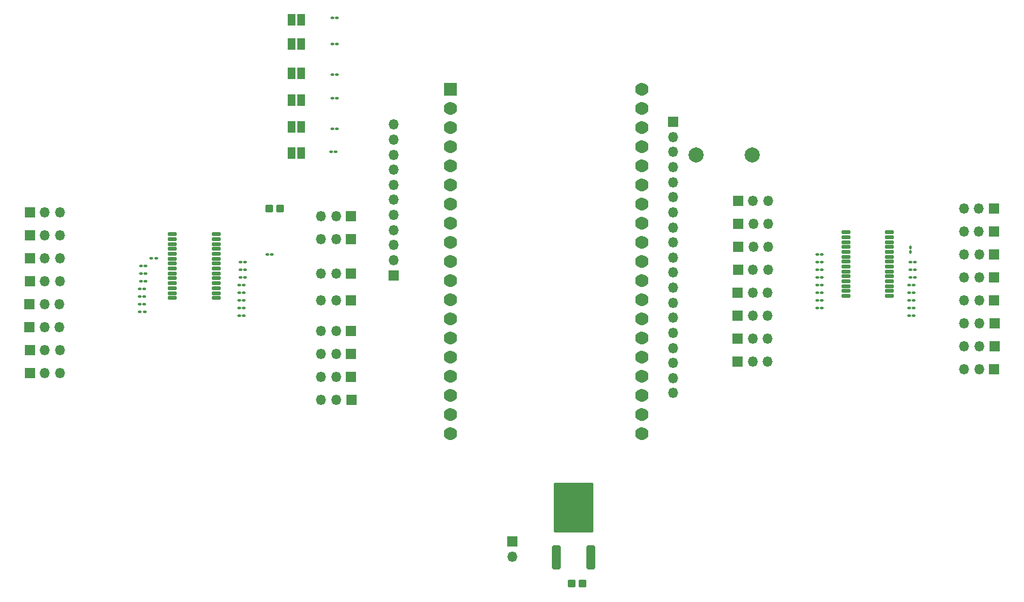
<source format=gbr>
%TF.GenerationSoftware,KiCad,Pcbnew,8.0.5*%
%TF.CreationDate,2024-12-05T19:43:49+01:00*%
%TF.ProjectId,navrh03,6e617672-6830-4332-9e6b-696361645f70,rev?*%
%TF.SameCoordinates,Original*%
%TF.FileFunction,Soldermask,Top*%
%TF.FilePolarity,Negative*%
%FSLAX46Y46*%
G04 Gerber Fmt 4.6, Leading zero omitted, Abs format (unit mm)*
G04 Created by KiCad (PCBNEW 8.0.5) date 2024-12-05 19:43:49*
%MOMM*%
%LPD*%
G01*
G04 APERTURE LIST*
G04 Aperture macros list*
%AMRoundRect*
0 Rectangle with rounded corners*
0 $1 Rounding radius*
0 $2 $3 $4 $5 $6 $7 $8 $9 X,Y pos of 4 corners*
0 Add a 4 corners polygon primitive as box body*
4,1,4,$2,$3,$4,$5,$6,$7,$8,$9,$2,$3,0*
0 Add four circle primitives for the rounded corners*
1,1,$1+$1,$2,$3*
1,1,$1+$1,$4,$5*
1,1,$1+$1,$6,$7*
1,1,$1+$1,$8,$9*
0 Add four rect primitives between the rounded corners*
20,1,$1+$1,$2,$3,$4,$5,0*
20,1,$1+$1,$4,$5,$6,$7,0*
20,1,$1+$1,$6,$7,$8,$9,0*
20,1,$1+$1,$8,$9,$2,$3,0*%
G04 Aperture macros list end*
%ADD10R,1.000000X1.500000*%
%ADD11R,1.350000X1.350000*%
%ADD12O,1.350000X1.350000*%
%ADD13RoundRect,0.250000X-0.287500X-0.275000X0.287500X-0.275000X0.287500X0.275000X-0.287500X0.275000X0*%
%ADD14RoundRect,0.100000X0.130000X0.100000X-0.130000X0.100000X-0.130000X-0.100000X0.130000X-0.100000X0*%
%ADD15RoundRect,0.100000X-0.130000X-0.100000X0.130000X-0.100000X0.130000X0.100000X-0.130000X0.100000X0*%
%ADD16RoundRect,0.100000X-0.100000X0.130000X-0.100000X-0.130000X0.100000X-0.130000X0.100000X0.130000X0*%
%ADD17RoundRect,0.101600X-0.495300X0.152400X-0.495300X-0.152400X0.495300X-0.152400X0.495300X0.152400X0*%
%ADD18RoundRect,0.250000X0.287500X0.275000X-0.287500X0.275000X-0.287500X-0.275000X0.287500X-0.275000X0*%
%ADD19C,2.000000*%
%ADD20RoundRect,0.101600X-2.545000X-3.160000X2.545000X-3.160000X2.545000X3.160000X-2.545000X3.160000X0*%
%ADD21RoundRect,0.293300X-0.293300X-1.318300X0.293300X-1.318300X0.293300X1.318300X-0.293300X1.318300X0*%
%ADD22RoundRect,0.101600X-0.780000X-0.780000X0.780000X-0.780000X0.780000X0.780000X-0.780000X0.780000X0*%
%ADD23C,1.763200*%
G04 APERTURE END LIST*
D10*
%TO.C,JP3*%
X117022000Y-55149000D03*
X118322000Y-55149000D03*
%TD*%
D11*
%TO.C,J2*%
X146304000Y-117364000D03*
D12*
X146304000Y-119364000D03*
%TD*%
D11*
%TO.C,J13R1*%
X176276000Y-81280000D03*
D12*
X178276000Y-81280000D03*
X180276000Y-81280000D03*
%TD*%
D13*
%TO.C,C2*%
X114095500Y-73152000D03*
X115520500Y-73152000D03*
%TD*%
D14*
%TO.C,R34*%
X97668000Y-80772000D03*
X97028000Y-80772000D03*
%TD*%
D15*
%TO.C,R30*%
X110261000Y-82296000D03*
X110901000Y-82296000D03*
%TD*%
%TO.C,R2*%
X113792000Y-79248000D03*
X114432000Y-79248000D03*
%TD*%
D11*
%TO.C,J24*%
X82264000Y-85852000D03*
D12*
X84264000Y-85852000D03*
X86264000Y-85852000D03*
%TD*%
D15*
%TO.C,R25*%
X110079000Y-87376000D03*
X110719000Y-87376000D03*
%TD*%
%TO.C,R6*%
X122453000Y-55308000D03*
X123093000Y-55308000D03*
%TD*%
D11*
%TO.C,J15R1*%
X176244000Y-87376000D03*
D12*
X178244000Y-87376000D03*
X180244000Y-87376000D03*
%TD*%
D15*
%TO.C,R15*%
X199161000Y-81280000D03*
X199801000Y-81280000D03*
%TD*%
%TO.C,R3*%
X122290000Y-65560000D03*
X122930000Y-65560000D03*
%TD*%
D14*
%TO.C,R22*%
X187427000Y-84328000D03*
X186787000Y-84328000D03*
%TD*%
D15*
%TO.C,R7*%
X122453000Y-51308000D03*
X123093000Y-51308000D03*
%TD*%
D14*
%TO.C,R23*%
X187427000Y-85344000D03*
X186787000Y-85344000D03*
%TD*%
D11*
%TO.C,J19*%
X124936000Y-74168000D03*
D12*
X122936000Y-74168000D03*
X120936000Y-74168000D03*
%TD*%
D15*
%TO.C,R4*%
X122453000Y-62512000D03*
X123093000Y-62512000D03*
%TD*%
D10*
%TO.C,JP6*%
X117022000Y-65799000D03*
X118322000Y-65799000D03*
%TD*%
D14*
%TO.C,R17*%
X187427000Y-79248000D03*
X186787000Y-79248000D03*
%TD*%
D11*
%TO.C,J14R1*%
X176244000Y-84328000D03*
D12*
X178244000Y-84328000D03*
X180244000Y-84328000D03*
%TD*%
D11*
%TO.C,J25*%
X82264000Y-88900000D03*
D12*
X84264000Y-88900000D03*
X86264000Y-88900000D03*
%TD*%
D10*
%TO.C,JP5*%
X117022000Y-62249000D03*
X118322000Y-62249000D03*
%TD*%
D15*
%TO.C,R8J1*%
X122453000Y-47808000D03*
X123093000Y-47808000D03*
%TD*%
D11*
%TO.C,J18*%
X124936000Y-77216000D03*
D12*
X122936000Y-77216000D03*
X120936000Y-77216000D03*
%TD*%
D11*
%TO.C,J12*%
X124968000Y-98552000D03*
D12*
X122968000Y-98552000D03*
X120968000Y-98552000D03*
%TD*%
D15*
%TO.C,R26*%
X110079000Y-86360000D03*
X110719000Y-86360000D03*
%TD*%
%TO.C,R32*%
X110261000Y-80264000D03*
X110901000Y-80264000D03*
%TD*%
%TO.C,R5*%
X122453000Y-58448000D03*
X123093000Y-58448000D03*
%TD*%
%TO.C,R31*%
X110261000Y-81280000D03*
X110901000Y-81280000D03*
%TD*%
D14*
%TO.C,R19*%
X187427000Y-81280000D03*
X186787000Y-81280000D03*
%TD*%
D11*
%TO.C,J22*%
X82296000Y-79756000D03*
D12*
X84296000Y-79756000D03*
X86296000Y-79756000D03*
%TD*%
D14*
%TO.C,R40*%
X97536000Y-86868000D03*
X96896000Y-86868000D03*
%TD*%
D11*
%TO.C,J3*%
X167640000Y-61628000D03*
D12*
X167640000Y-63628000D03*
X167640000Y-65628000D03*
X167640000Y-67628000D03*
X167640000Y-69628000D03*
X167640000Y-71628000D03*
X167640000Y-73628000D03*
X167640000Y-75628000D03*
X167640000Y-77628000D03*
X167640000Y-79628000D03*
X167640000Y-81628000D03*
X167640000Y-83628000D03*
X167640000Y-85628000D03*
X167640000Y-87628000D03*
X167640000Y-89628000D03*
X167640000Y-91628000D03*
X167640000Y-93628000D03*
X167640000Y-95628000D03*
X167640000Y-97628000D03*
%TD*%
D11*
%TO.C,J20*%
X82296000Y-73660000D03*
D12*
X84296000Y-73660000D03*
X86296000Y-73660000D03*
%TD*%
D11*
%TO.C,J4*%
X210280000Y-94488000D03*
D12*
X208280000Y-94488000D03*
X206280000Y-94488000D03*
%TD*%
D11*
%TO.C,J23*%
X82296000Y-82804000D03*
D12*
X84296000Y-82804000D03*
X86296000Y-82804000D03*
%TD*%
D15*
%TO.C,R28*%
X110079000Y-84328000D03*
X110719000Y-84328000D03*
%TD*%
D11*
%TO.C,J7*%
X210280000Y-85344000D03*
D12*
X208280000Y-85344000D03*
X206280000Y-85344000D03*
%TD*%
D10*
%TO.C,JP1*%
X117022000Y-48049000D03*
X118322000Y-48049000D03*
%TD*%
D14*
%TO.C,R37*%
X97511000Y-83820000D03*
X96871000Y-83820000D03*
%TD*%
D16*
%TO.C,R1*%
X199136000Y-78257000D03*
X199136000Y-78897000D03*
%TD*%
D11*
%TO.C,J10*%
X210248000Y-76200000D03*
D12*
X208248000Y-76200000D03*
X206248000Y-76200000D03*
%TD*%
D11*
%TO.C,J13*%
X124936000Y-95504000D03*
D12*
X122936000Y-95504000D03*
X120936000Y-95504000D03*
%TD*%
D11*
%TO.C,J10R1*%
X176276000Y-72136000D03*
D12*
X178276000Y-72136000D03*
X180276000Y-72136000D03*
%TD*%
D11*
%TO.C,J26*%
X82296000Y-91948000D03*
D12*
X84296000Y-91948000D03*
X86296000Y-91948000D03*
%TD*%
D11*
%TO.C,J16R1*%
X176244000Y-90424000D03*
D12*
X178244000Y-90424000D03*
X180244000Y-90424000D03*
%TD*%
D15*
%TO.C,R8*%
X198979000Y-87376000D03*
X199619000Y-87376000D03*
%TD*%
D14*
%TO.C,R21*%
X187427000Y-83312000D03*
X186787000Y-83312000D03*
%TD*%
D15*
%TO.C,R13*%
X198979000Y-83312000D03*
X199619000Y-83312000D03*
%TD*%
D14*
%TO.C,R39*%
X97511000Y-85852000D03*
X96871000Y-85852000D03*
%TD*%
D11*
%TO.C,J14*%
X124936000Y-92456000D03*
D12*
X122936000Y-92456000D03*
X120936000Y-92456000D03*
%TD*%
D11*
%TO.C,J12R1*%
X176308000Y-78232000D03*
D12*
X178308000Y-78232000D03*
X180308000Y-78232000D03*
%TD*%
D14*
%TO.C,R35*%
X97693000Y-81788000D03*
X97053000Y-81788000D03*
%TD*%
%TO.C,R36*%
X97693000Y-82804000D03*
X97053000Y-82804000D03*
%TD*%
D15*
%TO.C,R12*%
X198979000Y-84328000D03*
X199619000Y-84328000D03*
%TD*%
%TO.C,R10*%
X198979000Y-86360000D03*
X199619000Y-86360000D03*
%TD*%
D14*
%TO.C,R38*%
X97511000Y-84836000D03*
X96871000Y-84836000D03*
%TD*%
D17*
%TO.C,U2*%
X190582200Y-76275000D03*
X190582200Y-76925000D03*
X190582200Y-77575000D03*
X190582200Y-78225000D03*
X190582200Y-78875000D03*
X190582200Y-79525000D03*
X190582200Y-80175000D03*
X190582200Y-80825000D03*
X190582200Y-81475000D03*
X190582200Y-82125000D03*
X190582200Y-82775000D03*
X190582200Y-83425000D03*
X190582200Y-84075000D03*
X190582200Y-84725000D03*
X196417800Y-84725000D03*
X196417800Y-84075000D03*
X196417800Y-83425000D03*
X196417800Y-82775000D03*
X196417800Y-82125000D03*
X196417800Y-81475000D03*
X196417800Y-80825000D03*
X196417800Y-80175000D03*
X196417800Y-79525000D03*
X196417800Y-78875000D03*
X196417800Y-78225000D03*
X196417800Y-77575000D03*
X196417800Y-76925000D03*
X196417800Y-76275000D03*
%TD*%
D15*
%TO.C,R27*%
X110079000Y-85344000D03*
X110719000Y-85344000D03*
%TD*%
%TO.C,R29*%
X110079000Y-83312000D03*
X110719000Y-83312000D03*
%TD*%
D18*
%TO.C,C3*%
X155652500Y-122936000D03*
X154227500Y-122936000D03*
%TD*%
D14*
%TO.C,R18*%
X187427000Y-80264000D03*
X186787000Y-80264000D03*
%TD*%
D11*
%TO.C,J17R1*%
X176244000Y-93472000D03*
D12*
X178244000Y-93472000D03*
X180244000Y-93472000D03*
%TD*%
D11*
%TO.C,J5*%
X210312000Y-91440000D03*
D12*
X208312000Y-91440000D03*
X206312000Y-91440000D03*
%TD*%
D14*
%TO.C,R33*%
X99060000Y-79756000D03*
X98420000Y-79756000D03*
%TD*%
D10*
%TO.C,JP4*%
X117022000Y-58699000D03*
X118322000Y-58699000D03*
%TD*%
D11*
%TO.C,J11R1*%
X176308000Y-75184000D03*
D12*
X178308000Y-75184000D03*
X180308000Y-75184000D03*
%TD*%
D11*
%TO.C,J15*%
X124936000Y-89408000D03*
D12*
X122936000Y-89408000D03*
X120936000Y-89408000D03*
%TD*%
D11*
%TO.C,J6*%
X210312000Y-88392000D03*
D12*
X208312000Y-88392000D03*
X206312000Y-88392000D03*
%TD*%
D15*
%TO.C,R16*%
X199136000Y-80264000D03*
X199776000Y-80264000D03*
%TD*%
%TO.C,R14*%
X199136000Y-82296000D03*
X199776000Y-82296000D03*
%TD*%
D14*
%TO.C,R24*%
X187427000Y-86360000D03*
X186787000Y-86360000D03*
%TD*%
D15*
%TO.C,R11*%
X198979000Y-85344000D03*
X199619000Y-85344000D03*
%TD*%
D11*
%TO.C,J17*%
X124936000Y-81788000D03*
D12*
X122936000Y-81788000D03*
X120936000Y-81788000D03*
%TD*%
D11*
%TO.C,J28*%
X130556000Y-81976000D03*
D12*
X130556000Y-79976000D03*
X130556000Y-77976000D03*
X130556000Y-75976000D03*
X130556000Y-73976000D03*
X130556000Y-71976000D03*
X130556000Y-69976000D03*
X130556000Y-67976000D03*
X130556000Y-65976000D03*
X130556000Y-63976000D03*
X130556000Y-61976000D03*
%TD*%
D11*
%TO.C,J27*%
X82296000Y-94996000D03*
D12*
X84296000Y-94996000D03*
X86296000Y-94996000D03*
%TD*%
D19*
%TO.C,C1*%
X178188000Y-66040000D03*
X170688000Y-66040000D03*
%TD*%
D11*
%TO.C,J8*%
X210280000Y-82296000D03*
D12*
X208280000Y-82296000D03*
X206280000Y-82296000D03*
%TD*%
D10*
%TO.C,JP2*%
X117022000Y-51308000D03*
X118322000Y-51308000D03*
%TD*%
D11*
%TO.C,J9*%
X210280000Y-79248000D03*
D12*
X208280000Y-79248000D03*
X206280000Y-79248000D03*
%TD*%
D11*
%TO.C,J11*%
X210248000Y-73152000D03*
D12*
X208248000Y-73152000D03*
X206248000Y-73152000D03*
%TD*%
D20*
%TO.C,Q1*%
X154432000Y-112876000D03*
D21*
X156718000Y-119406000D03*
X152146000Y-119406000D03*
%TD*%
D14*
%TO.C,R20*%
X187427000Y-82296000D03*
X186787000Y-82296000D03*
%TD*%
D11*
%TO.C,J21*%
X82296000Y-76708000D03*
D12*
X84296000Y-76708000D03*
X86296000Y-76708000D03*
%TD*%
D22*
%TO.C,U3*%
X138100000Y-57300000D03*
D23*
X138100000Y-59840000D03*
X138100000Y-62380000D03*
X138100000Y-64920000D03*
X138100000Y-67460000D03*
X138100000Y-70000000D03*
X138100000Y-72540000D03*
X138100000Y-75080000D03*
X138100000Y-77620000D03*
X138100000Y-80160000D03*
X138100000Y-82700000D03*
X138100000Y-85240000D03*
X138100000Y-87780000D03*
X138100000Y-90320000D03*
X138100000Y-92860000D03*
X138100000Y-95400000D03*
X138100000Y-97940000D03*
X138100000Y-100480000D03*
X138100000Y-103020000D03*
X163500000Y-57300000D03*
X163500000Y-59840000D03*
X163500000Y-62380000D03*
X163500000Y-64920000D03*
X163500000Y-67460000D03*
X163500000Y-70000000D03*
X163500000Y-72540000D03*
X163500000Y-75080000D03*
X163500000Y-77620000D03*
X163500000Y-80160000D03*
X163500000Y-82700000D03*
X163500000Y-85240000D03*
X163500000Y-87780000D03*
X163500000Y-90320000D03*
X163500000Y-92860000D03*
X163500000Y-95400000D03*
X163500000Y-97940000D03*
X163500000Y-100480000D03*
X163500000Y-103020000D03*
%TD*%
D17*
%TO.C,U1-Left1*%
X101222200Y-76547000D03*
X101222200Y-77197000D03*
X101222200Y-77847000D03*
X101222200Y-78497000D03*
X101222200Y-79147000D03*
X101222200Y-79797000D03*
X101222200Y-80447000D03*
X101222200Y-81097000D03*
X101222200Y-81747000D03*
X101222200Y-82397000D03*
X101222200Y-83047000D03*
X101222200Y-83697000D03*
X101222200Y-84347000D03*
X101222200Y-84997000D03*
X107057800Y-84997000D03*
X107057800Y-84347000D03*
X107057800Y-83697000D03*
X107057800Y-83047000D03*
X107057800Y-82397000D03*
X107057800Y-81747000D03*
X107057800Y-81097000D03*
X107057800Y-80447000D03*
X107057800Y-79797000D03*
X107057800Y-79147000D03*
X107057800Y-78497000D03*
X107057800Y-77847000D03*
X107057800Y-77197000D03*
X107057800Y-76547000D03*
%TD*%
D11*
%TO.C,J16*%
X124936000Y-85344000D03*
D12*
X122936000Y-85344000D03*
X120936000Y-85344000D03*
%TD*%
M02*

</source>
